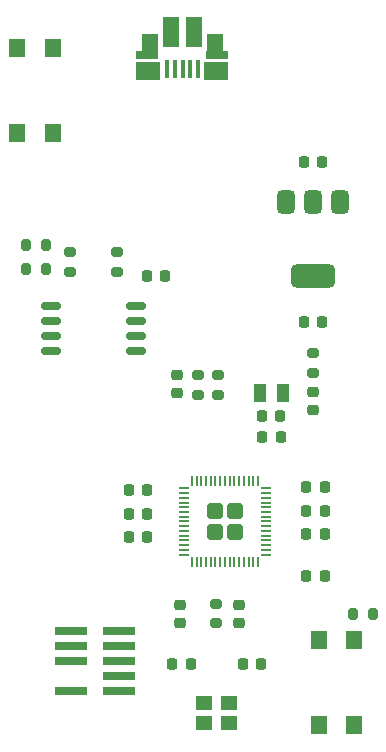
<source format=gbr>
%TF.GenerationSoftware,KiCad,Pcbnew,9.0.1*%
%TF.CreationDate,2025-04-23T18:23:55-07:00*%
%TF.ProjectId,rp2350,72703233-3530-42e6-9b69-6361645f7063,rev?*%
%TF.SameCoordinates,Original*%
%TF.FileFunction,Paste,Top*%
%TF.FilePolarity,Positive*%
%FSLAX46Y46*%
G04 Gerber Fmt 4.6, Leading zero omitted, Abs format (unit mm)*
G04 Created by KiCad (PCBNEW 9.0.1) date 2025-04-23 18:23:55*
%MOMM*%
%LPD*%
G01*
G04 APERTURE LIST*
G04 Aperture macros list*
%AMRoundRect*
0 Rectangle with rounded corners*
0 $1 Rounding radius*
0 $2 $3 $4 $5 $6 $7 $8 $9 X,Y pos of 4 corners*
0 Add a 4 corners polygon primitive as box body*
4,1,4,$2,$3,$4,$5,$6,$7,$8,$9,$2,$3,0*
0 Add four circle primitives for the rounded corners*
1,1,$1+$1,$2,$3*
1,1,$1+$1,$4,$5*
1,1,$1+$1,$6,$7*
1,1,$1+$1,$8,$9*
0 Add four rect primitives between the rounded corners*
20,1,$1+$1,$2,$3,$4,$5,0*
20,1,$1+$1,$4,$5,$6,$7,0*
20,1,$1+$1,$6,$7,$8,$9,0*
20,1,$1+$1,$8,$9,$2,$3,0*%
G04 Aperture macros list end*
%ADD10R,2.790000X0.740000*%
%ADD11RoundRect,0.250000X-0.410000X-0.410000X0.410000X-0.410000X0.410000X0.410000X-0.410000X0.410000X0*%
%ADD12RoundRect,0.050000X-0.350000X-0.050000X0.350000X-0.050000X0.350000X0.050000X-0.350000X0.050000X0*%
%ADD13RoundRect,0.050000X-0.050000X-0.350000X0.050000X-0.350000X0.050000X0.350000X-0.050000X0.350000X0*%
%ADD14R,1.400000X1.200000*%
%ADD15R,1.825000X0.700000*%
%ADD16R,2.000000X1.500000*%
%ADD17R,1.350000X2.000000*%
%ADD18R,1.430000X2.500000*%
%ADD19R,0.400000X1.650000*%
%ADD20RoundRect,0.200000X0.275000X-0.200000X0.275000X0.200000X-0.275000X0.200000X-0.275000X-0.200000X0*%
%ADD21RoundRect,0.162500X-0.650000X-0.162500X0.650000X-0.162500X0.650000X0.162500X-0.650000X0.162500X0*%
%ADD22RoundRect,0.200000X-0.200000X-0.275000X0.200000X-0.275000X0.200000X0.275000X-0.200000X0.275000X0*%
%ADD23RoundRect,0.200000X0.200000X0.275000X-0.200000X0.275000X-0.200000X-0.275000X0.200000X-0.275000X0*%
%ADD24RoundRect,0.225000X-0.225000X-0.250000X0.225000X-0.250000X0.225000X0.250000X-0.225000X0.250000X0*%
%ADD25R,1.400000X1.600000*%
%ADD26RoundRect,0.225000X0.225000X0.250000X-0.225000X0.250000X-0.225000X-0.250000X0.225000X-0.250000X0*%
%ADD27RoundRect,0.200000X-0.275000X0.200000X-0.275000X-0.200000X0.275000X-0.200000X0.275000X0.200000X0*%
%ADD28RoundRect,0.225000X-0.250000X0.225000X-0.250000X-0.225000X0.250000X-0.225000X0.250000X0.225000X0*%
%ADD29R,1.000000X1.600000*%
%ADD30RoundRect,0.375000X-0.375000X0.625000X-0.375000X-0.625000X0.375000X-0.625000X0.375000X0.625000X0*%
%ADD31RoundRect,0.500000X-1.400000X0.500000X-1.400000X-0.500000X1.400000X-0.500000X1.400000X0.500000X0*%
%ADD32RoundRect,0.225000X0.250000X-0.225000X0.250000X0.225000X-0.250000X0.225000X-0.250000X-0.225000X0*%
G04 APERTURE END LIST*
D10*
%TO.C,J1*%
X110500000Y-102170000D03*
X114570000Y-102170000D03*
X110500000Y-103440000D03*
X114570000Y-103440000D03*
X110500000Y-104710000D03*
X114570000Y-104710000D03*
X114570000Y-105980000D03*
X110500000Y-107250000D03*
X114570000Y-107250000D03*
%TD*%
D11*
%TO.C,U4*%
X122712500Y-92050000D03*
X122712500Y-93750000D03*
X124412500Y-92050000D03*
X124412500Y-93750000D03*
D12*
X120112500Y-90100000D03*
X120112500Y-90500000D03*
X120112500Y-90900000D03*
X120112500Y-91300000D03*
X120112500Y-91700000D03*
X120112500Y-92100000D03*
X120112500Y-92500000D03*
X120112500Y-92900000D03*
X120112500Y-93300000D03*
X120112500Y-93700000D03*
X120112500Y-94100000D03*
X120112500Y-94500000D03*
X120112500Y-94900000D03*
X120112500Y-95300000D03*
X120112500Y-95700000D03*
D13*
X120762500Y-96350000D03*
X121162500Y-96350000D03*
X121562500Y-96350000D03*
X121962500Y-96350000D03*
X122362500Y-96350000D03*
X122762500Y-96350000D03*
X123162500Y-96350000D03*
X123562500Y-96350000D03*
X123962500Y-96350000D03*
X124362500Y-96350000D03*
X124762500Y-96350000D03*
X125162500Y-96350000D03*
X125562500Y-96350000D03*
X125962500Y-96350000D03*
X126362500Y-96350000D03*
D12*
X127012500Y-95700000D03*
X127012500Y-95300000D03*
X127012500Y-94900000D03*
X127012500Y-94500000D03*
X127012500Y-94100000D03*
X127012500Y-93700000D03*
X127012500Y-93300000D03*
X127012500Y-92900000D03*
X127012500Y-92500000D03*
X127012500Y-92100000D03*
X127012500Y-91700000D03*
X127012500Y-91300000D03*
X127012500Y-90900000D03*
X127012500Y-90500000D03*
X127012500Y-90100000D03*
D13*
X126362500Y-89450000D03*
X125962500Y-89450000D03*
X125562500Y-89450000D03*
X125162500Y-89450000D03*
X124762500Y-89450000D03*
X124362500Y-89450000D03*
X123962500Y-89450000D03*
X123562500Y-89450000D03*
X123162500Y-89450000D03*
X122762500Y-89450000D03*
X122362500Y-89450000D03*
X121962500Y-89450000D03*
X121562500Y-89450000D03*
X121162500Y-89450000D03*
X120762500Y-89450000D03*
%TD*%
D14*
%TO.C,Y1*%
X121750000Y-109950000D03*
X123950000Y-109950000D03*
X123950000Y-108250000D03*
X121750000Y-108250000D03*
%TD*%
D15*
%TO.C,J3*%
X116980000Y-53430000D03*
D16*
X117080000Y-54750000D03*
D17*
X117230000Y-52680000D03*
D18*
X119020000Y-51480000D03*
X120940000Y-51480000D03*
D17*
X122710000Y-52680000D03*
D16*
X122830000Y-54730000D03*
D15*
X122930000Y-53430000D03*
D19*
X118680000Y-54630000D03*
X119330000Y-54630000D03*
X119980000Y-54630000D03*
X120630000Y-54630000D03*
X121280000Y-54630000D03*
%TD*%
D20*
%TO.C,R1*%
X110461500Y-71745000D03*
X110461500Y-70095000D03*
%TD*%
D21*
%TO.C,U2*%
X108874000Y-74690000D03*
X108874000Y-75960000D03*
X108874000Y-77230000D03*
X108874000Y-78500000D03*
X116049000Y-78500000D03*
X116049000Y-77230000D03*
X116049000Y-75960000D03*
X116049000Y-74690000D03*
%TD*%
D22*
%TO.C,R2*%
X106724000Y-71500000D03*
X108374000Y-71500000D03*
%TD*%
D20*
%TO.C,R3*%
X114461500Y-71745000D03*
X114461500Y-70095000D03*
%TD*%
D23*
%TO.C,R9*%
X108374000Y-69500000D03*
X106724000Y-69500000D03*
%TD*%
D24*
%TO.C,C3*%
X116961500Y-72095000D03*
X118511500Y-72095000D03*
%TD*%
D25*
%TO.C,SW2*%
X131500000Y-110100000D03*
X131500000Y-102900000D03*
X134500000Y-110100000D03*
X134500000Y-102900000D03*
%TD*%
D24*
%TO.C,C4*%
X126725000Y-85750000D03*
X128275000Y-85750000D03*
%TD*%
D26*
%TO.C,C13*%
X117000000Y-90250000D03*
X115450000Y-90250000D03*
%TD*%
%TO.C,C2*%
X126650000Y-105000000D03*
X125100000Y-105000000D03*
%TD*%
%TO.C,C8*%
X117000000Y-92250000D03*
X115450000Y-92250000D03*
%TD*%
D27*
%TO.C,R8*%
X131000000Y-78675000D03*
X131000000Y-80325000D03*
%TD*%
D24*
%TO.C,C6*%
X126700000Y-84000000D03*
X128250000Y-84000000D03*
%TD*%
%TO.C,C16*%
X130450000Y-97500000D03*
X132000000Y-97500000D03*
%TD*%
D28*
%TO.C,C7*%
X131000000Y-81950000D03*
X131000000Y-83500000D03*
%TD*%
D24*
%TO.C,C9*%
X130225000Y-76000000D03*
X131775000Y-76000000D03*
%TD*%
D29*
%TO.C,L1*%
X126500000Y-82000000D03*
X128500000Y-82000000D03*
%TD*%
D20*
%TO.C,R11*%
X123000000Y-82150000D03*
X123000000Y-80500000D03*
%TD*%
D24*
%TO.C,C1*%
X119100000Y-105000000D03*
X120650000Y-105000000D03*
%TD*%
%TO.C,C11*%
X130450000Y-92000000D03*
X132000000Y-92000000D03*
%TD*%
D28*
%TO.C,C10*%
X124750000Y-99950000D03*
X124750000Y-101500000D03*
%TD*%
D20*
%TO.C,R10*%
X121250000Y-82150000D03*
X121250000Y-80500000D03*
%TD*%
D24*
%TO.C,C5*%
X130225000Y-62500000D03*
X131775000Y-62500000D03*
%TD*%
D26*
%TO.C,C15*%
X117000000Y-94250000D03*
X115450000Y-94250000D03*
%TD*%
D24*
%TO.C,C17*%
X130450000Y-90000000D03*
X132000000Y-90000000D03*
%TD*%
%TO.C,C14*%
X130450000Y-94000000D03*
X132000000Y-94000000D03*
%TD*%
D25*
%TO.C,SW1*%
X106000000Y-60000000D03*
X106000000Y-52800000D03*
X109000000Y-60000000D03*
X109000000Y-52800000D03*
%TD*%
D30*
%TO.C,U3*%
X133300000Y-65850000D03*
X131000000Y-65850000D03*
D31*
X131000000Y-72150000D03*
D30*
X128700000Y-65850000D03*
%TD*%
D32*
%TO.C,C12*%
X119500000Y-82050000D03*
X119500000Y-80500000D03*
%TD*%
D28*
%TO.C,C18*%
X119800000Y-99950000D03*
X119800000Y-101500000D03*
%TD*%
D20*
%TO.C,R6*%
X122800000Y-101500000D03*
X122800000Y-99850000D03*
%TD*%
D22*
%TO.C,R7*%
X134425000Y-100750000D03*
X136075000Y-100750000D03*
%TD*%
M02*

</source>
